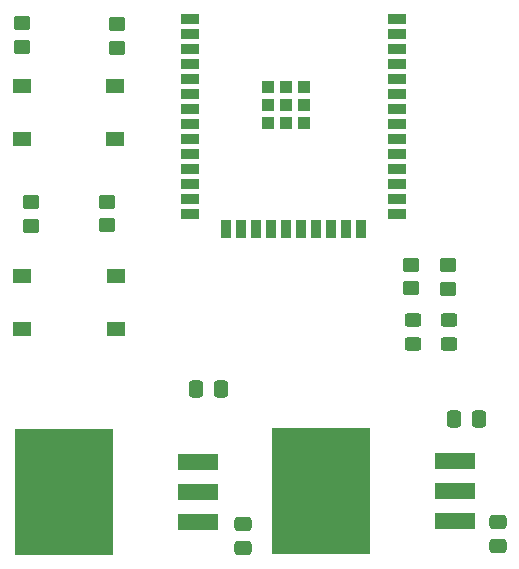
<source format=gtp>
%TF.GenerationSoftware,KiCad,Pcbnew,8.0.0*%
%TF.CreationDate,2024-12-08T13:18:30+05:30*%
%TF.ProjectId,RFID_1,52464944-5f31-42e6-9b69-6361645f7063,rev?*%
%TF.SameCoordinates,Original*%
%TF.FileFunction,Paste,Top*%
%TF.FilePolarity,Positive*%
%FSLAX46Y46*%
G04 Gerber Fmt 4.6, Leading zero omitted, Abs format (unit mm)*
G04 Created by KiCad (PCBNEW 8.0.0) date 2024-12-08 13:18:30*
%MOMM*%
%LPD*%
G01*
G04 APERTURE LIST*
G04 Aperture macros list*
%AMRoundRect*
0 Rectangle with rounded corners*
0 $1 Rounding radius*
0 $2 $3 $4 $5 $6 $7 $8 $9 X,Y pos of 4 corners*
0 Add a 4 corners polygon primitive as box body*
4,1,4,$2,$3,$4,$5,$6,$7,$8,$9,$2,$3,0*
0 Add four circle primitives for the rounded corners*
1,1,$1+$1,$2,$3*
1,1,$1+$1,$4,$5*
1,1,$1+$1,$6,$7*
1,1,$1+$1,$8,$9*
0 Add four rect primitives between the rounded corners*
20,1,$1+$1,$2,$3,$4,$5,0*
20,1,$1+$1,$4,$5,$6,$7,0*
20,1,$1+$1,$6,$7,$8,$9,0*
20,1,$1+$1,$8,$9,$2,$3,0*%
G04 Aperture macros list end*
%ADD10RoundRect,0.250000X0.450000X-0.350000X0.450000X0.350000X-0.450000X0.350000X-0.450000X-0.350000X0*%
%ADD11RoundRect,0.250000X-0.475000X0.337500X-0.475000X-0.337500X0.475000X-0.337500X0.475000X0.337500X0*%
%ADD12RoundRect,0.250000X-0.450000X0.350000X-0.450000X-0.350000X0.450000X-0.350000X0.450000X0.350000X0*%
%ADD13R,1.550000X1.300000*%
%ADD14R,3.505200X1.397000*%
%ADD15R,8.407400X10.718800*%
%ADD16RoundRect,0.250000X-0.337500X-0.475000X0.337500X-0.475000X0.337500X0.475000X-0.337500X0.475000X0*%
%ADD17RoundRect,0.250000X0.450000X-0.325000X0.450000X0.325000X-0.450000X0.325000X-0.450000X-0.325000X0*%
%ADD18R,1.500000X0.900000*%
%ADD19R,0.900000X1.500000*%
%ADD20R,1.050000X1.050000*%
G04 APERTURE END LIST*
D10*
%TO.C,R3*%
X131241800Y-96037400D03*
X131241800Y-94037400D03*
%TD*%
D11*
%TO.C,C3*%
X170815000Y-121115000D03*
X170815000Y-123190000D03*
%TD*%
%TO.C,C4*%
X149225000Y-121285000D03*
X149225000Y-123360000D03*
%TD*%
D12*
%TO.C,R4*%
X137718800Y-94012000D03*
X137718800Y-96012000D03*
%TD*%
D13*
%TO.C,SW1*%
X130454600Y-84222200D03*
X138404600Y-84222200D03*
X130454600Y-88722200D03*
X138404600Y-88722200D03*
%TD*%
D12*
%TO.C,R2*%
X130479800Y-78873600D03*
X130479800Y-80873600D03*
%TD*%
D14*
%TO.C,U3*%
X167192600Y-121046000D03*
X167192600Y-118506000D03*
X167192600Y-115966000D03*
D15*
X155851500Y-118506000D03*
%TD*%
D16*
%TO.C,C1*%
X167077500Y-112395000D03*
X169152500Y-112395000D03*
%TD*%
D17*
%TO.C,D4*%
X166674800Y-106045000D03*
X166674800Y-103995000D03*
%TD*%
D16*
%TO.C,C2*%
X145245000Y-109855000D03*
X147320000Y-109855000D03*
%TD*%
D18*
%TO.C,U1*%
X144755200Y-78511400D03*
X144755200Y-79781400D03*
X144755200Y-81051400D03*
X144755200Y-82321400D03*
X144755200Y-83591400D03*
X144755200Y-84861400D03*
X144755200Y-86131400D03*
X144755200Y-87401400D03*
X144755200Y-88671400D03*
X144755200Y-89941400D03*
X144755200Y-91211400D03*
X144755200Y-92481400D03*
X144755200Y-93751400D03*
X144755200Y-95021400D03*
D19*
X147795200Y-96271400D03*
X149065200Y-96271400D03*
X150335200Y-96271400D03*
X151605200Y-96271400D03*
X152875200Y-96271400D03*
X154145200Y-96271400D03*
X155415200Y-96271400D03*
X156685200Y-96271400D03*
X157955200Y-96271400D03*
X159225200Y-96271400D03*
D18*
X162255200Y-95021400D03*
X162255200Y-93751400D03*
X162255200Y-92481400D03*
X162255200Y-91211400D03*
X162255200Y-89941400D03*
X162255200Y-88671400D03*
X162255200Y-87401400D03*
X162255200Y-86131400D03*
X162255200Y-84861400D03*
X162255200Y-83591400D03*
X162255200Y-82321400D03*
X162255200Y-81051400D03*
X162255200Y-79781400D03*
X162255200Y-78511400D03*
D20*
X151300200Y-84326400D03*
X151300200Y-85851400D03*
X151300200Y-87376400D03*
X152825200Y-84326400D03*
X152825200Y-85851400D03*
X152825200Y-87376400D03*
X154350200Y-84326400D03*
X154350200Y-85851400D03*
X154350200Y-87376400D03*
%TD*%
D13*
%TO.C,SW2*%
X130492600Y-100315200D03*
X138442600Y-100315200D03*
X130492600Y-104815200D03*
X138442600Y-104815200D03*
%TD*%
D14*
%TO.C,U2*%
X145427700Y-121132600D03*
X145427700Y-118592600D03*
X145427700Y-116052600D03*
D15*
X134086600Y-118592600D03*
%TD*%
D12*
%TO.C,R5*%
X163439600Y-99346400D03*
X163439600Y-101346400D03*
%TD*%
D17*
%TO.C,D1*%
X163634800Y-106045000D03*
X163634800Y-103995000D03*
%TD*%
D10*
%TO.C,R1*%
X138506200Y-80949800D03*
X138506200Y-78949800D03*
%TD*%
D12*
%TO.C,R8*%
X166538400Y-99397200D03*
X166538400Y-101397200D03*
%TD*%
M02*

</source>
